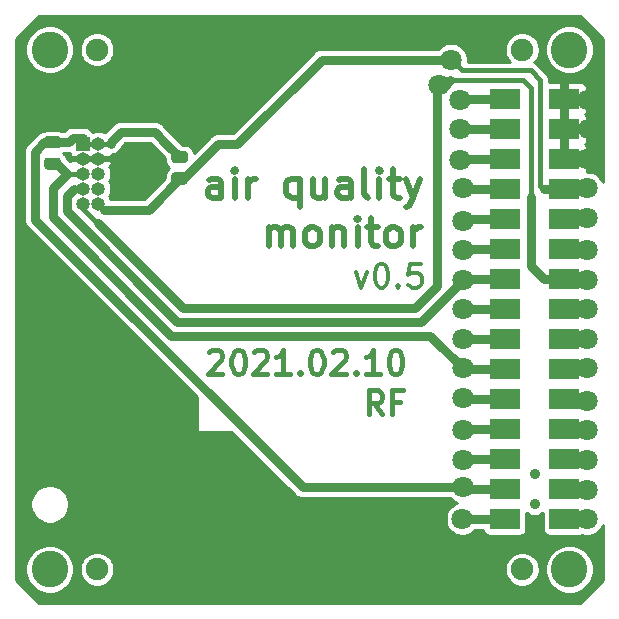
<source format=gbr>
%TF.GenerationSoftware,KiCad,Pcbnew,(5.1.9)-1*%
%TF.CreationDate,2021-02-10T23:03:02-05:00*%
%TF.ProjectId,pmsa003-module,706d7361-3030-4332-9d6d-6f64756c652e,rev?*%
%TF.SameCoordinates,Original*%
%TF.FileFunction,Copper,L1,Top*%
%TF.FilePolarity,Positive*%
%FSLAX46Y46*%
G04 Gerber Fmt 4.6, Leading zero omitted, Abs format (unit mm)*
G04 Created by KiCad (PCBNEW (5.1.9)-1) date 2021-02-10 23:03:02*
%MOMM*%
%LPD*%
G01*
G04 APERTURE LIST*
%TA.AperFunction,NonConductor*%
%ADD10C,0.400000*%
%TD*%
%TA.AperFunction,NonConductor*%
%ADD11C,0.500000*%
%TD*%
%TA.AperFunction,NonConductor*%
%ADD12C,0.300000*%
%TD*%
%TA.AperFunction,SMDPad,CuDef*%
%ADD13R,2.600000X1.700000*%
%TD*%
%TA.AperFunction,ComponentPad*%
%ADD14C,3.100000*%
%TD*%
%TA.AperFunction,ComponentPad*%
%ADD15C,0.900000*%
%TD*%
%TA.AperFunction,ComponentPad*%
%ADD16C,1.900000*%
%TD*%
%TA.AperFunction,ComponentPad*%
%ADD17O,1.150000X1.150000*%
%TD*%
%TA.AperFunction,ComponentPad*%
%ADD18R,1.150000X1.150000*%
%TD*%
%TA.AperFunction,ViaPad*%
%ADD19C,1.800000*%
%TD*%
%TA.AperFunction,Conductor*%
%ADD20C,0.800000*%
%TD*%
%TA.AperFunction,Conductor*%
%ADD21C,0.400000*%
%TD*%
%TA.AperFunction,Conductor*%
%ADD22C,0.254000*%
%TD*%
%TA.AperFunction,Conductor*%
%ADD23C,0.100000*%
%TD*%
G04 APERTURE END LIST*
D10*
X33478095Y-45645238D02*
X33573333Y-45550000D01*
X33763809Y-45454761D01*
X34240000Y-45454761D01*
X34430476Y-45550000D01*
X34525714Y-45645238D01*
X34620952Y-45835714D01*
X34620952Y-46026190D01*
X34525714Y-46311904D01*
X33382857Y-47454761D01*
X34620952Y-47454761D01*
X35859047Y-45454761D02*
X36049523Y-45454761D01*
X36240000Y-45550000D01*
X36335238Y-45645238D01*
X36430476Y-45835714D01*
X36525714Y-46216666D01*
X36525714Y-46692857D01*
X36430476Y-47073809D01*
X36335238Y-47264285D01*
X36240000Y-47359523D01*
X36049523Y-47454761D01*
X35859047Y-47454761D01*
X35668571Y-47359523D01*
X35573333Y-47264285D01*
X35478095Y-47073809D01*
X35382857Y-46692857D01*
X35382857Y-46216666D01*
X35478095Y-45835714D01*
X35573333Y-45645238D01*
X35668571Y-45550000D01*
X35859047Y-45454761D01*
X37287619Y-45645238D02*
X37382857Y-45550000D01*
X37573333Y-45454761D01*
X38049523Y-45454761D01*
X38240000Y-45550000D01*
X38335238Y-45645238D01*
X38430476Y-45835714D01*
X38430476Y-46026190D01*
X38335238Y-46311904D01*
X37192380Y-47454761D01*
X38430476Y-47454761D01*
X40335238Y-47454761D02*
X39192380Y-47454761D01*
X39763809Y-47454761D02*
X39763809Y-45454761D01*
X39573333Y-45740476D01*
X39382857Y-45930952D01*
X39192380Y-46026190D01*
X41192380Y-47264285D02*
X41287619Y-47359523D01*
X41192380Y-47454761D01*
X41097142Y-47359523D01*
X41192380Y-47264285D01*
X41192380Y-47454761D01*
X42525714Y-45454761D02*
X42716190Y-45454761D01*
X42906666Y-45550000D01*
X43001904Y-45645238D01*
X43097142Y-45835714D01*
X43192380Y-46216666D01*
X43192380Y-46692857D01*
X43097142Y-47073809D01*
X43001904Y-47264285D01*
X42906666Y-47359523D01*
X42716190Y-47454761D01*
X42525714Y-47454761D01*
X42335238Y-47359523D01*
X42240000Y-47264285D01*
X42144761Y-47073809D01*
X42049523Y-46692857D01*
X42049523Y-46216666D01*
X42144761Y-45835714D01*
X42240000Y-45645238D01*
X42335238Y-45550000D01*
X42525714Y-45454761D01*
X43954285Y-45645238D02*
X44049523Y-45550000D01*
X44240000Y-45454761D01*
X44716190Y-45454761D01*
X44906666Y-45550000D01*
X45001904Y-45645238D01*
X45097142Y-45835714D01*
X45097142Y-46026190D01*
X45001904Y-46311904D01*
X43859047Y-47454761D01*
X45097142Y-47454761D01*
X45954285Y-47264285D02*
X46049523Y-47359523D01*
X45954285Y-47454761D01*
X45859047Y-47359523D01*
X45954285Y-47264285D01*
X45954285Y-47454761D01*
X47954285Y-47454761D02*
X46811428Y-47454761D01*
X47382857Y-47454761D02*
X47382857Y-45454761D01*
X47192380Y-45740476D01*
X47001904Y-45930952D01*
X46811428Y-46026190D01*
X49192380Y-45454761D02*
X49382857Y-45454761D01*
X49573333Y-45550000D01*
X49668571Y-45645238D01*
X49763809Y-45835714D01*
X49859047Y-46216666D01*
X49859047Y-46692857D01*
X49763809Y-47073809D01*
X49668571Y-47264285D01*
X49573333Y-47359523D01*
X49382857Y-47454761D01*
X49192380Y-47454761D01*
X49001904Y-47359523D01*
X48906666Y-47264285D01*
X48811428Y-47073809D01*
X48716190Y-46692857D01*
X48716190Y-46216666D01*
X48811428Y-45835714D01*
X48906666Y-45645238D01*
X49001904Y-45550000D01*
X49192380Y-45454761D01*
X48144761Y-50854761D02*
X47478095Y-49902380D01*
X47001904Y-50854761D02*
X47001904Y-48854761D01*
X47763809Y-48854761D01*
X47954285Y-48950000D01*
X48049523Y-49045238D01*
X48144761Y-49235714D01*
X48144761Y-49521428D01*
X48049523Y-49711904D01*
X47954285Y-49807142D01*
X47763809Y-49902380D01*
X47001904Y-49902380D01*
X49668571Y-49807142D02*
X49001904Y-49807142D01*
X49001904Y-50854761D02*
X49001904Y-48854761D01*
X49954285Y-48854761D01*
D11*
X34532142Y-32535714D02*
X34532142Y-31278571D01*
X34417857Y-31050000D01*
X34189285Y-30935714D01*
X33732142Y-30935714D01*
X33503571Y-31050000D01*
X34532142Y-32421428D02*
X34303571Y-32535714D01*
X33732142Y-32535714D01*
X33503571Y-32421428D01*
X33389285Y-32192857D01*
X33389285Y-31964285D01*
X33503571Y-31735714D01*
X33732142Y-31621428D01*
X34303571Y-31621428D01*
X34532142Y-31507142D01*
X35675000Y-32535714D02*
X35675000Y-30935714D01*
X35675000Y-30135714D02*
X35560714Y-30250000D01*
X35675000Y-30364285D01*
X35789285Y-30250000D01*
X35675000Y-30135714D01*
X35675000Y-30364285D01*
X36817857Y-32535714D02*
X36817857Y-30935714D01*
X36817857Y-31392857D02*
X36932142Y-31164285D01*
X37046428Y-31050000D01*
X37275000Y-30935714D01*
X37503571Y-30935714D01*
X41160714Y-30935714D02*
X41160714Y-33335714D01*
X41160714Y-32421428D02*
X40932142Y-32535714D01*
X40475000Y-32535714D01*
X40246428Y-32421428D01*
X40132142Y-32307142D01*
X40017857Y-32078571D01*
X40017857Y-31392857D01*
X40132142Y-31164285D01*
X40246428Y-31050000D01*
X40475000Y-30935714D01*
X40932142Y-30935714D01*
X41160714Y-31050000D01*
X43332142Y-30935714D02*
X43332142Y-32535714D01*
X42303571Y-30935714D02*
X42303571Y-32192857D01*
X42417857Y-32421428D01*
X42646428Y-32535714D01*
X42989285Y-32535714D01*
X43217857Y-32421428D01*
X43332142Y-32307142D01*
X45503571Y-32535714D02*
X45503571Y-31278571D01*
X45389285Y-31050000D01*
X45160714Y-30935714D01*
X44703571Y-30935714D01*
X44475000Y-31050000D01*
X45503571Y-32421428D02*
X45275000Y-32535714D01*
X44703571Y-32535714D01*
X44475000Y-32421428D01*
X44360714Y-32192857D01*
X44360714Y-31964285D01*
X44475000Y-31735714D01*
X44703571Y-31621428D01*
X45275000Y-31621428D01*
X45503571Y-31507142D01*
X46989285Y-32535714D02*
X46760714Y-32421428D01*
X46646428Y-32192857D01*
X46646428Y-30135714D01*
X47903571Y-32535714D02*
X47903571Y-30935714D01*
X47903571Y-30135714D02*
X47789285Y-30250000D01*
X47903571Y-30364285D01*
X48017857Y-30250000D01*
X47903571Y-30135714D01*
X47903571Y-30364285D01*
X48703571Y-30935714D02*
X49617857Y-30935714D01*
X49046428Y-30135714D02*
X49046428Y-32192857D01*
X49160714Y-32421428D01*
X49389285Y-32535714D01*
X49617857Y-32535714D01*
X50189285Y-30935714D02*
X50760714Y-32535714D01*
X51332142Y-30935714D02*
X50760714Y-32535714D01*
X50532142Y-33107142D01*
X50417857Y-33221428D01*
X50189285Y-33335714D01*
X38532142Y-36635714D02*
X38532142Y-35035714D01*
X38532142Y-35264285D02*
X38646428Y-35150000D01*
X38875000Y-35035714D01*
X39217857Y-35035714D01*
X39446428Y-35150000D01*
X39560714Y-35378571D01*
X39560714Y-36635714D01*
X39560714Y-35378571D02*
X39675000Y-35150000D01*
X39903571Y-35035714D01*
X40246428Y-35035714D01*
X40475000Y-35150000D01*
X40589285Y-35378571D01*
X40589285Y-36635714D01*
X42075000Y-36635714D02*
X41846428Y-36521428D01*
X41732142Y-36407142D01*
X41617857Y-36178571D01*
X41617857Y-35492857D01*
X41732142Y-35264285D01*
X41846428Y-35150000D01*
X42075000Y-35035714D01*
X42417857Y-35035714D01*
X42646428Y-35150000D01*
X42760714Y-35264285D01*
X42875000Y-35492857D01*
X42875000Y-36178571D01*
X42760714Y-36407142D01*
X42646428Y-36521428D01*
X42417857Y-36635714D01*
X42075000Y-36635714D01*
X43903571Y-35035714D02*
X43903571Y-36635714D01*
X43903571Y-35264285D02*
X44017857Y-35150000D01*
X44246428Y-35035714D01*
X44589285Y-35035714D01*
X44817857Y-35150000D01*
X44932142Y-35378571D01*
X44932142Y-36635714D01*
X46075000Y-36635714D02*
X46075000Y-35035714D01*
X46075000Y-34235714D02*
X45960714Y-34350000D01*
X46075000Y-34464285D01*
X46189285Y-34350000D01*
X46075000Y-34235714D01*
X46075000Y-34464285D01*
X46875000Y-35035714D02*
X47789285Y-35035714D01*
X47217857Y-34235714D02*
X47217857Y-36292857D01*
X47332142Y-36521428D01*
X47560714Y-36635714D01*
X47789285Y-36635714D01*
X48932142Y-36635714D02*
X48703571Y-36521428D01*
X48589285Y-36407142D01*
X48474999Y-36178571D01*
X48474999Y-35492857D01*
X48589285Y-35264285D01*
X48703571Y-35150000D01*
X48932142Y-35035714D01*
X49274999Y-35035714D01*
X49503571Y-35150000D01*
X49617857Y-35264285D01*
X49732142Y-35492857D01*
X49732142Y-36178571D01*
X49617857Y-36407142D01*
X49503571Y-36521428D01*
X49274999Y-36635714D01*
X48932142Y-36635714D01*
X50760714Y-36635714D02*
X50760714Y-35035714D01*
X50760714Y-35492857D02*
X50874999Y-35264285D01*
X50989285Y-35150000D01*
X51217857Y-35035714D01*
X51446428Y-35035714D01*
D12*
X45892857Y-38821428D02*
X46369047Y-40154761D01*
X46845238Y-38821428D01*
X47988095Y-38154761D02*
X48178571Y-38154761D01*
X48369047Y-38250000D01*
X48464285Y-38345238D01*
X48559523Y-38535714D01*
X48654761Y-38916666D01*
X48654761Y-39392857D01*
X48559523Y-39773809D01*
X48464285Y-39964285D01*
X48369047Y-40059523D01*
X48178571Y-40154761D01*
X47988095Y-40154761D01*
X47797619Y-40059523D01*
X47702380Y-39964285D01*
X47607142Y-39773809D01*
X47511904Y-39392857D01*
X47511904Y-38916666D01*
X47607142Y-38535714D01*
X47702380Y-38345238D01*
X47797619Y-38250000D01*
X47988095Y-38154761D01*
X49511904Y-39964285D02*
X49607142Y-40059523D01*
X49511904Y-40154761D01*
X49416666Y-40059523D01*
X49511904Y-39964285D01*
X49511904Y-40154761D01*
X51416666Y-38154761D02*
X50464285Y-38154761D01*
X50369047Y-39107142D01*
X50464285Y-39011904D01*
X50654761Y-38916666D01*
X51130952Y-38916666D01*
X51321428Y-39011904D01*
X51416666Y-39107142D01*
X51511904Y-39297619D01*
X51511904Y-39773809D01*
X51416666Y-39964285D01*
X51321428Y-40059523D01*
X51130952Y-40154761D01*
X50654761Y-40154761D01*
X50464285Y-40059523D01*
X50369047Y-39964285D01*
D13*
%TO.P,J1,17*%
%TO.N,Net-(J1-Pad17)*%
X63577000Y-44542000D03*
%TO.P,J1,18*%
%TO.N,Net-(J1-Pad18)*%
X58527000Y-44542000D03*
%TO.P,J1,20*%
%TO.N,PMS_RESET*%
X58527000Y-47082000D03*
%TO.P,J1,19*%
%TO.N,Net-(J1-Pad19)*%
X63577000Y-47082000D03*
%TO.P,J1,22*%
%TO.N,Net-(J1-Pad22)*%
X58527000Y-49622000D03*
%TO.P,J1,23*%
%TO.N,Net-(J1-Pad23)*%
X63577000Y-52162000D03*
%TO.P,J1,24*%
%TO.N,Net-(J1-Pad24)*%
X58527000Y-52162000D03*
%TO.P,J1,30*%
%TO.N,Net-(J1-Pad30)*%
X58527000Y-59782000D03*
%TO.P,J1,27*%
%TO.N,Net-(J1-Pad27)*%
X63577000Y-57242000D03*
%TO.P,J1,29*%
%TO.N,Net-(J1-Pad29)*%
X63577000Y-59782000D03*
%TO.P,J1,21*%
%TO.N,Net-(J1-Pad21)*%
X63577000Y-49622000D03*
%TO.P,J1,28*%
%TO.N,+5V*%
X58527000Y-57242000D03*
%TO.P,J1,25*%
%TO.N,Net-(J1-Pad25)*%
X63577000Y-54702000D03*
%TO.P,J1,26*%
%TO.N,Net-(J1-Pad26)*%
X58527000Y-54702000D03*
%TO.P,J1,9*%
%TO.N,Net-(J1-Pad9)*%
X63577000Y-34382000D03*
%TO.P,J1,10*%
%TO.N,Net-(J1-Pad10)*%
X58527000Y-34382000D03*
%TO.P,J1,12*%
%TO.N,+3V3*%
X58527000Y-36922000D03*
%TO.P,J1,11*%
%TO.N,Net-(J1-Pad11)*%
X63577000Y-36922000D03*
%TO.P,J1,14*%
%TO.N,PMS_RX*%
X58527000Y-39462000D03*
%TO.P,J1,15*%
%TO.N,Net-(J1-Pad15)*%
X63577000Y-42002000D03*
%TO.P,J1,16*%
%TO.N,Net-(J1-Pad16)*%
X58527000Y-42002000D03*
%TO.P,J1,13*%
%TO.N,PMS_TX*%
X63577000Y-39462000D03*
%TO.P,J1,5*%
%TO.N,GND*%
X63577000Y-29302000D03*
%TO.P,J1,6*%
%TO.N,Net-(J1-Pad6)*%
X58527000Y-29302000D03*
%TO.P,J1,8*%
%TO.N,Net-(J1-Pad8)*%
X58527000Y-31842000D03*
%TO.P,J1,7*%
%TO.N,PMS_SET*%
X63577000Y-31842000D03*
%TO.P,J1,3*%
%TO.N,GND*%
X63577000Y-26762000D03*
%TO.P,J1,4*%
%TO.N,Net-(J1-Pad4)*%
X58527000Y-26762000D03*
%TO.P,J1,1*%
%TO.N,GND*%
X63577000Y-24222000D03*
%TO.P,J1,2*%
%TO.N,Net-(J1-Pad2)*%
X58527000Y-24222000D03*
%TD*%
D14*
%TO.P,,0*%
%TO.N,N/C*%
X64002000Y-20002000D03*
%TD*%
D15*
%TO.P,,0*%
%TO.N,N/C*%
X61052000Y-55972000D03*
%TD*%
D16*
%TO.P,,0*%
%TO.N,N/C*%
X60002000Y-64002000D03*
%TD*%
D14*
%TO.P,,0*%
%TO.N,N/C*%
X64002000Y-64002000D03*
%TD*%
D16*
%TO.P,,0*%
%TO.N,N/C*%
X60002000Y-20002000D03*
%TD*%
D15*
%TO.P,,0*%
%TO.N,N/C*%
X61052000Y-58512000D03*
%TD*%
D16*
%TO.P,,0*%
%TO.N,N/C*%
X24002000Y-64002000D03*
%TD*%
D14*
%TO.P,,0*%
%TO.N,N/C*%
X20002000Y-64002000D03*
%TD*%
%TO.P,,0*%
%TO.N,N/C*%
X20002000Y-20002000D03*
%TD*%
D16*
%TO.P,,0*%
%TO.N,N/C*%
X24002000Y-20002000D03*
%TD*%
%TO.P,R2,2*%
%TO.N,PMS_SET*%
%TA.AperFunction,SMDPad,CuDef*%
G36*
G01*
X30549998Y-30400000D02*
X31450002Y-30400000D01*
G75*
G02*
X31700000Y-30649998I0J-249998D01*
G01*
X31700000Y-31175002D01*
G75*
G02*
X31450002Y-31425000I-249998J0D01*
G01*
X30549998Y-31425000D01*
G75*
G02*
X30300000Y-31175002I0J249998D01*
G01*
X30300000Y-30649998D01*
G75*
G02*
X30549998Y-30400000I249998J0D01*
G01*
G37*
%TD.AperFunction*%
%TO.P,R2,1*%
%TO.N,+5V*%
%TA.AperFunction,SMDPad,CuDef*%
G36*
G01*
X30549998Y-28575000D02*
X31450002Y-28575000D01*
G75*
G02*
X31700000Y-28824998I0J-249998D01*
G01*
X31700000Y-29350002D01*
G75*
G02*
X31450002Y-29600000I-249998J0D01*
G01*
X30549998Y-29600000D01*
G75*
G02*
X30300000Y-29350002I0J249998D01*
G01*
X30300000Y-28824998D01*
G75*
G02*
X30549998Y-28575000I249998J0D01*
G01*
G37*
%TD.AperFunction*%
%TD*%
D17*
%TO.P,J2,4*%
%TO.N,GND*%
X24100000Y-29230000D03*
%TO.P,J2,2*%
%TO.N,+5V*%
X24100000Y-27960000D03*
%TO.P,J2,8*%
%TO.N,Net-(J2-Pad8)*%
X24100000Y-31770000D03*
%TO.P,J2,9*%
%TO.N,PMS_TX*%
X22830000Y-33040000D03*
%TO.P,J2,10*%
%TO.N,PMS_SET*%
X24100000Y-33040000D03*
%TO.P,J2,3*%
%TO.N,GND*%
X22830000Y-29230000D03*
%TO.P,J2,6*%
%TO.N,Net-(J2-Pad6)*%
X24100000Y-30500000D03*
%TO.P,J2,7*%
%TO.N,PMS_RX*%
X22830000Y-31770000D03*
D18*
%TO.P,J2,1*%
%TO.N,+5V*%
X22830000Y-27960000D03*
D17*
%TO.P,J2,5*%
%TO.N,PMS_RESET*%
X22830000Y-30500000D03*
%TD*%
%TO.P,R1,2*%
%TO.N,PMS_RESET*%
%TA.AperFunction,SMDPad,CuDef*%
G36*
G01*
X19799998Y-29150000D02*
X20700002Y-29150000D01*
G75*
G02*
X20950000Y-29399998I0J-249998D01*
G01*
X20950000Y-29925002D01*
G75*
G02*
X20700002Y-30175000I-249998J0D01*
G01*
X19799998Y-30175000D01*
G75*
G02*
X19550000Y-29925002I0J249998D01*
G01*
X19550000Y-29399998D01*
G75*
G02*
X19799998Y-29150000I249998J0D01*
G01*
G37*
%TD.AperFunction*%
%TO.P,R1,1*%
%TO.N,+5V*%
%TA.AperFunction,SMDPad,CuDef*%
G36*
G01*
X19799998Y-27325000D02*
X20700002Y-27325000D01*
G75*
G02*
X20950000Y-27574998I0J-249998D01*
G01*
X20950000Y-28100002D01*
G75*
G02*
X20700002Y-28350000I-249998J0D01*
G01*
X19799998Y-28350000D01*
G75*
G02*
X19550000Y-28100002I0J249998D01*
G01*
X19550000Y-27574998D01*
G75*
G02*
X19799998Y-27325000I249998J0D01*
G01*
G37*
%TD.AperFunction*%
%TD*%
D19*
%TO.N,GND*%
X65577000Y-24250000D03*
X65500000Y-29250000D03*
X27250000Y-29250000D03*
X65676964Y-26750000D03*
X34474292Y-26299990D03*
%TO.N,Net-(J1-Pad2)*%
X54750009Y-24250009D03*
%TO.N,Net-(J1-Pad4)*%
X54750000Y-26749986D03*
%TO.N,Net-(J1-Pad8)*%
X55000010Y-31750000D03*
%TO.N,Net-(J1-Pad6)*%
X54763410Y-29331799D03*
%TO.N,Net-(J1-Pad16)*%
X55000000Y-42000000D03*
%TO.N,+3V3*%
X54999998Y-37000000D03*
%TO.N,Net-(J1-Pad11)*%
X65500000Y-37000000D03*
%TO.N,Net-(J1-Pad10)*%
X55000000Y-34499996D03*
%TO.N,Net-(J1-Pad9)*%
X65500000Y-34250000D03*
%TO.N,Net-(J1-Pad25)*%
X65500000Y-54750000D03*
%TO.N,Net-(J1-Pad27)*%
X65500000Y-57250000D03*
%TO.N,Net-(J1-Pad30)*%
X54942473Y-59749996D03*
%TO.N,+5V*%
X54960238Y-57069141D03*
%TO.N,Net-(J1-Pad29)*%
X65500000Y-59750000D03*
%TO.N,Net-(J1-Pad23)*%
X65500000Y-52250000D03*
%TO.N,Net-(J1-Pad19)*%
X65500000Y-47000000D03*
%TO.N,Net-(J1-Pad18)*%
X55000000Y-44500000D03*
%TO.N,PMS_RESET*%
X54983990Y-47000000D03*
%TO.N,PMS_SET*%
X65500000Y-31750000D03*
X53968741Y-20849989D03*
%TO.N,PMS_RX*%
X55000000Y-39500000D03*
%TO.N,PMS_TX*%
X65500000Y-39500000D03*
X52959795Y-22971282D03*
%TO.N,Net-(J1-Pad17)*%
X65500000Y-44500000D03*
%TO.N,Net-(J1-Pad21)*%
X65500000Y-49750000D03*
%TO.N,Net-(J1-Pad15)*%
X65498000Y-42002000D03*
%TO.N,Net-(J1-Pad22)*%
X55000000Y-49500000D03*
%TO.N,Net-(J1-Pad24)*%
X55000000Y-52250000D03*
%TO.N,Net-(J1-Pad26)*%
X55000000Y-54750000D03*
%TD*%
D20*
%TO.N,GND*%
X65549000Y-24222000D02*
X65577000Y-24250000D01*
X63577000Y-24222000D02*
X65549000Y-24222000D01*
X65448000Y-29302000D02*
X65500000Y-29250000D01*
X63577000Y-29302000D02*
X65448000Y-29302000D01*
X63577000Y-26762000D02*
X63577000Y-29302000D01*
X63577000Y-26762000D02*
X63577000Y-24222000D01*
D21*
X22830000Y-29230000D02*
X24100000Y-29230000D01*
D20*
X27230000Y-29230000D02*
X27250000Y-29250000D01*
D21*
X24100000Y-29230000D02*
X27230000Y-29230000D01*
D20*
X63589000Y-26750000D02*
X65676964Y-26750000D01*
X63577000Y-26762000D02*
X63589000Y-26750000D01*
X41624295Y-19149987D02*
X34474292Y-26299990D01*
X63577000Y-24222000D02*
X63577000Y-22572000D01*
D21*
X51850013Y-19149987D02*
X41624295Y-19149987D01*
X59257999Y-18451999D02*
X58560011Y-19149987D01*
X61155997Y-18451999D02*
X59257999Y-18451999D01*
X61851999Y-19148001D02*
X61155997Y-18451999D01*
X61851999Y-21720615D02*
X61851999Y-19148001D01*
X58560011Y-19149987D02*
X51850013Y-19149987D01*
X62131384Y-22000000D02*
X61851999Y-21720615D01*
X63154000Y-22000000D02*
X62131384Y-22000000D01*
X63577000Y-22423000D02*
X63154000Y-22000000D01*
X63577000Y-22572000D02*
X63577000Y-22423000D01*
D20*
%TO.N,Net-(J1-Pad2)*%
X54778018Y-24222000D02*
X54750009Y-24250009D01*
X58527000Y-24222000D02*
X54778018Y-24222000D01*
%TO.N,Net-(J1-Pad4)*%
X58527000Y-26762000D02*
X54762014Y-26762000D01*
X54762014Y-26762000D02*
X54750000Y-26749986D01*
%TO.N,Net-(J1-Pad8)*%
X55092010Y-31842000D02*
X55000010Y-31750000D01*
X58527000Y-31842000D02*
X55092010Y-31842000D01*
%TO.N,Net-(J1-Pad6)*%
X58527000Y-29302000D02*
X54793209Y-29302000D01*
X54793209Y-29302000D02*
X54763410Y-29331799D01*
%TO.N,Net-(J1-Pad16)*%
X55002000Y-42002000D02*
X55000000Y-42000000D01*
X58527000Y-42002000D02*
X55002000Y-42002000D01*
%TO.N,+3V3*%
X55077998Y-36922000D02*
X54999998Y-37000000D01*
X58527000Y-36922000D02*
X55077998Y-36922000D01*
%TO.N,Net-(J1-Pad11)*%
X63655000Y-37000000D02*
X63577000Y-36922000D01*
X65500000Y-37000000D02*
X63655000Y-37000000D01*
%TO.N,Net-(J1-Pad10)*%
X58527000Y-34382000D02*
X55117996Y-34382000D01*
X55117996Y-34382000D02*
X55000000Y-34499996D01*
%TO.N,Net-(J1-Pad9)*%
X65368000Y-34382000D02*
X65500000Y-34250000D01*
X63577000Y-34382000D02*
X65368000Y-34382000D01*
%TO.N,Net-(J1-Pad25)*%
X65452000Y-54702000D02*
X65500000Y-54750000D01*
X63577000Y-54702000D02*
X65452000Y-54702000D01*
%TO.N,Net-(J1-Pad27)*%
X63585000Y-57250000D02*
X63577000Y-57242000D01*
X65500000Y-57250000D02*
X63585000Y-57250000D01*
%TO.N,Net-(J1-Pad30)*%
X54974477Y-59782000D02*
X54942473Y-59749996D01*
X58527000Y-59782000D02*
X54974477Y-59782000D01*
%TO.N,+5V*%
X21977999Y-27454999D02*
X22830000Y-27454999D01*
X21595498Y-27837500D02*
X21977999Y-27454999D01*
X20250000Y-27837500D02*
X21595498Y-27837500D01*
D21*
X22830000Y-27960000D02*
X22830000Y-27454999D01*
X22830000Y-27960000D02*
X24100000Y-27960000D01*
D20*
X31000000Y-29087500D02*
X29872500Y-27960000D01*
X25210000Y-27960000D02*
X25210000Y-27790000D01*
D21*
X25210000Y-27960000D02*
X24100000Y-27960000D01*
D20*
X25210000Y-27790000D02*
X26000000Y-27000000D01*
X28912500Y-27000000D02*
X29872500Y-27960000D01*
X26000000Y-27000000D02*
X28912500Y-27000000D01*
X55133097Y-57242000D02*
X54960238Y-57069141D01*
X18749990Y-34389132D02*
X41429999Y-57069141D01*
X41429999Y-57069141D02*
X54960238Y-57069141D01*
X58527000Y-57242000D02*
X55133097Y-57242000D01*
X18749990Y-28637510D02*
X18749990Y-34389132D01*
X19550000Y-27837500D02*
X18749990Y-28637510D01*
X20250000Y-27837500D02*
X19550000Y-27837500D01*
%TO.N,Net-(J1-Pad29)*%
X63609000Y-59750000D02*
X63577000Y-59782000D01*
X65500000Y-59750000D02*
X63609000Y-59750000D01*
%TO.N,Net-(J1-Pad23)*%
X63665000Y-52250000D02*
X63577000Y-52162000D01*
X65500000Y-52250000D02*
X63665000Y-52250000D01*
%TO.N,Net-(J1-Pad19)*%
X63659000Y-47000000D02*
X63577000Y-47082000D01*
X65500000Y-47000000D02*
X63659000Y-47000000D01*
%TO.N,Net-(J1-Pad18)*%
X58527000Y-44542000D02*
X55042000Y-44542000D01*
X55042000Y-44542000D02*
X55000000Y-44500000D01*
%TO.N,PMS_RESET*%
X20250000Y-29662500D02*
X20635498Y-29662500D01*
X20635498Y-29662500D02*
X21054999Y-30082001D01*
X21054999Y-30082001D02*
X21472998Y-30500000D01*
D21*
X21472998Y-30500000D02*
X22830000Y-30500000D01*
D20*
X21472998Y-30500000D02*
X20254989Y-31718009D01*
X55065990Y-47082000D02*
X54983990Y-47000000D01*
X20254989Y-34197061D02*
X30307928Y-44250000D01*
X52233990Y-44250000D02*
X54983990Y-47000000D01*
X20254989Y-31718009D02*
X20254989Y-34197061D01*
X58527000Y-47082000D02*
X55065990Y-47082000D01*
X30307928Y-44250000D02*
X52233990Y-44250000D01*
%TO.N,PMS_SET*%
X63669000Y-31750000D02*
X63577000Y-31842000D01*
X65500000Y-31750000D02*
X63669000Y-31750000D01*
D21*
X24100000Y-33040000D02*
X24605001Y-33545001D01*
D20*
X28367499Y-33545001D02*
X31000000Y-30912500D01*
X24605001Y-33545001D02*
X28367499Y-33545001D01*
X61877000Y-31842000D02*
X63577000Y-31842000D01*
D21*
X61550011Y-31515011D02*
X61877000Y-31842000D01*
X61550011Y-22550011D02*
X61550011Y-31515011D01*
D20*
X35893472Y-28000000D02*
X43043483Y-20849989D01*
X34250000Y-28000000D02*
X35893472Y-28000000D01*
X32500010Y-29749990D02*
X34250000Y-28000000D01*
X32500010Y-29784932D02*
X32500010Y-29749990D01*
X43043483Y-20849989D02*
X53968741Y-20849989D01*
X31000000Y-30912500D02*
X31337500Y-30912500D01*
X31849990Y-30400010D02*
X31884932Y-30400010D01*
X31337500Y-30912500D02*
X31849990Y-30400010D01*
X31884932Y-30400010D02*
X32500010Y-29784932D01*
D21*
X60749988Y-21749988D02*
X61550011Y-22550011D01*
X54868740Y-21749988D02*
X60749988Y-21749988D01*
X53968741Y-20849989D02*
X54868740Y-21749988D01*
%TO.N,PMS_RX*%
X22770000Y-31770000D02*
X22064998Y-31770000D01*
X22830000Y-31770000D02*
X22770000Y-31770000D01*
D20*
X55038000Y-39462000D02*
X55000000Y-39500000D01*
X58527000Y-39462000D02*
X55038000Y-39462000D01*
X51450011Y-43049989D02*
X55000000Y-39500000D01*
X21455000Y-33700002D02*
X30804987Y-43049989D01*
X21455000Y-32379998D02*
X21455000Y-33700002D01*
X22064998Y-31770000D02*
X21455000Y-32379998D01*
X30804987Y-43049989D02*
X51450011Y-43049989D01*
%TO.N,PMS_TX*%
X65462000Y-39462000D02*
X65500000Y-39500000D01*
X63577000Y-39462000D02*
X65462000Y-39462000D01*
X61877000Y-39462000D02*
X63577000Y-39462000D01*
X60750000Y-38335000D02*
X61877000Y-39462000D01*
X60750000Y-38335000D02*
X60750000Y-32500000D01*
D21*
X23969964Y-34648966D02*
X24101034Y-34648966D01*
X22830000Y-33509002D02*
X23969964Y-34648966D01*
X22830000Y-33040000D02*
X22830000Y-33509002D01*
D20*
X31302046Y-41849978D02*
X24101034Y-34648966D01*
X50936949Y-41849978D02*
X31302046Y-41849978D01*
X52799999Y-39986928D02*
X50936949Y-41849978D01*
X52799999Y-23683999D02*
X52799999Y-39986928D01*
X52799999Y-23683999D02*
X52799999Y-23131078D01*
X52799999Y-23131078D02*
X52959795Y-22971282D01*
X52959795Y-22971282D02*
X53512734Y-22971282D01*
X53512734Y-22971282D02*
X53934026Y-22549990D01*
D21*
X59405992Y-22549990D02*
X53934026Y-22549990D01*
X59428001Y-22571999D02*
X59405992Y-22549990D01*
X60071999Y-22571999D02*
X59428001Y-22571999D01*
X60750000Y-23250000D02*
X60071999Y-22571999D01*
X60750000Y-32500000D02*
X60750000Y-23250000D01*
D20*
%TO.N,Net-(J1-Pad17)*%
X65458000Y-44542000D02*
X65500000Y-44500000D01*
X63577000Y-44542000D02*
X65458000Y-44542000D01*
%TO.N,Net-(J1-Pad21)*%
X65372000Y-49622000D02*
X65500000Y-49750000D01*
X63577000Y-49622000D02*
X65372000Y-49622000D01*
%TO.N,Net-(J1-Pad15)*%
X65498000Y-42002000D02*
X63577000Y-42002000D01*
%TO.N,Net-(J1-Pad22)*%
X58527000Y-49622000D02*
X55122000Y-49622000D01*
X55122000Y-49622000D02*
X55000000Y-49500000D01*
%TO.N,Net-(J1-Pad24)*%
X58527000Y-52162000D02*
X55088000Y-52162000D01*
X55088000Y-52162000D02*
X55000000Y-52250000D01*
%TO.N,Net-(J1-Pad26)*%
X58527000Y-54702000D02*
X55048000Y-54702000D01*
X55048000Y-54702000D02*
X55000000Y-54750000D01*
%TD*%
D22*
%TO.N,GND*%
X66835600Y-19070925D02*
X66835600Y-31245492D01*
X66764591Y-31074062D01*
X66608424Y-30840340D01*
X66409660Y-30641576D01*
X66175938Y-30485409D01*
X65916241Y-30377838D01*
X65640547Y-30323000D01*
X65488701Y-30323000D01*
X65502812Y-30276482D01*
X65515072Y-30152000D01*
X65512000Y-29587750D01*
X65353250Y-29429000D01*
X63704000Y-29429000D01*
X63704000Y-29449000D01*
X63450000Y-29449000D01*
X63450000Y-29429000D01*
X63430000Y-29429000D01*
X63430000Y-29175000D01*
X63450000Y-29175000D01*
X63450000Y-26889000D01*
X63704000Y-26889000D01*
X63704000Y-29175000D01*
X65353250Y-29175000D01*
X65512000Y-29016250D01*
X65515072Y-28452000D01*
X65502812Y-28327518D01*
X65466502Y-28207820D01*
X65407537Y-28097506D01*
X65353778Y-28032000D01*
X65407537Y-27966494D01*
X65466502Y-27856180D01*
X65502812Y-27736482D01*
X65515072Y-27612000D01*
X65512000Y-27047750D01*
X65353250Y-26889000D01*
X63704000Y-26889000D01*
X63450000Y-26889000D01*
X63430000Y-26889000D01*
X63430000Y-26635000D01*
X63450000Y-26635000D01*
X63450000Y-24349000D01*
X63704000Y-24349000D01*
X63704000Y-26635000D01*
X65353250Y-26635000D01*
X65512000Y-26476250D01*
X65515072Y-25912000D01*
X65502812Y-25787518D01*
X65466502Y-25667820D01*
X65407537Y-25557506D01*
X65353778Y-25492000D01*
X65407537Y-25426494D01*
X65466502Y-25316180D01*
X65502812Y-25196482D01*
X65515072Y-25072000D01*
X65512000Y-24507750D01*
X65353250Y-24349000D01*
X63704000Y-24349000D01*
X63450000Y-24349000D01*
X63430000Y-24349000D01*
X63430000Y-24095000D01*
X63450000Y-24095000D01*
X63450000Y-22895750D01*
X63704000Y-22895750D01*
X63704000Y-24095000D01*
X65353250Y-24095000D01*
X65512000Y-23936250D01*
X65515072Y-23372000D01*
X65502812Y-23247518D01*
X65466502Y-23127820D01*
X65407537Y-23017506D01*
X65328185Y-22920815D01*
X65231494Y-22841463D01*
X65121180Y-22782498D01*
X65001482Y-22746188D01*
X64877000Y-22733928D01*
X63862750Y-22737000D01*
X63704000Y-22895750D01*
X63450000Y-22895750D01*
X63291250Y-22737000D01*
X62277011Y-22733928D01*
X62277011Y-22585716D01*
X62280528Y-22550010D01*
X62277011Y-22514303D01*
X62266491Y-22407494D01*
X62224921Y-22270454D01*
X62157414Y-22144158D01*
X62066564Y-22033457D01*
X62038827Y-22010694D01*
X61289313Y-21261181D01*
X61266542Y-21233434D01*
X61155841Y-21142585D01*
X61029545Y-21075078D01*
X61020469Y-21072325D01*
X61149261Y-20943533D01*
X61310901Y-20701622D01*
X61422240Y-20432825D01*
X61479000Y-20147472D01*
X61479000Y-19856528D01*
X61467246Y-19797433D01*
X61925000Y-19797433D01*
X61925000Y-20206567D01*
X62004818Y-20607839D01*
X62161386Y-20985829D01*
X62388689Y-21326011D01*
X62677989Y-21615311D01*
X63018171Y-21842614D01*
X63396161Y-21999182D01*
X63797433Y-22079000D01*
X64206567Y-22079000D01*
X64607839Y-21999182D01*
X64985829Y-21842614D01*
X65326011Y-21615311D01*
X65615311Y-21326011D01*
X65842614Y-20985829D01*
X65999182Y-20607839D01*
X66079000Y-20206567D01*
X66079000Y-19797433D01*
X65999182Y-19396161D01*
X65842614Y-19018171D01*
X65615311Y-18677989D01*
X65326011Y-18388689D01*
X64985829Y-18161386D01*
X64607839Y-18004818D01*
X64206567Y-17925000D01*
X63797433Y-17925000D01*
X63396161Y-18004818D01*
X63018171Y-18161386D01*
X62677989Y-18388689D01*
X62388689Y-18677989D01*
X62161386Y-19018171D01*
X62004818Y-19396161D01*
X61925000Y-19797433D01*
X61467246Y-19797433D01*
X61422240Y-19571175D01*
X61310901Y-19302378D01*
X61149261Y-19060467D01*
X60943533Y-18854739D01*
X60701622Y-18693099D01*
X60432825Y-18581760D01*
X60147472Y-18525000D01*
X59856528Y-18525000D01*
X59571175Y-18581760D01*
X59302378Y-18693099D01*
X59060467Y-18854739D01*
X58854739Y-19060467D01*
X58693099Y-19302378D01*
X58581760Y-19571175D01*
X58525000Y-19856528D01*
X58525000Y-20147472D01*
X58581760Y-20432825D01*
X58693099Y-20701622D01*
X58854739Y-20943533D01*
X58934194Y-21022988D01*
X55389286Y-21022988D01*
X55395741Y-20990536D01*
X55395741Y-20709442D01*
X55340903Y-20433748D01*
X55233332Y-20174051D01*
X55077165Y-19940329D01*
X54878401Y-19741565D01*
X54644679Y-19585398D01*
X54384982Y-19477827D01*
X54109288Y-19422989D01*
X53828194Y-19422989D01*
X53552500Y-19477827D01*
X53292803Y-19585398D01*
X53059081Y-19741565D01*
X52877657Y-19922989D01*
X43089010Y-19922989D01*
X43043483Y-19918505D01*
X42997956Y-19922989D01*
X42997945Y-19922989D01*
X42861759Y-19936402D01*
X42687019Y-19989409D01*
X42525978Y-20075487D01*
X42420195Y-20162301D01*
X42420191Y-20162305D01*
X42384824Y-20191330D01*
X42355799Y-20226697D01*
X35509497Y-27073000D01*
X34295527Y-27073000D01*
X34250000Y-27068516D01*
X34204473Y-27073000D01*
X34204462Y-27073000D01*
X34068276Y-27086413D01*
X33920169Y-27131341D01*
X33893536Y-27139420D01*
X33732494Y-27225498D01*
X33626712Y-27312312D01*
X33626708Y-27312316D01*
X33591341Y-27341341D01*
X33562316Y-27376708D01*
X32219191Y-28719834D01*
X32214570Y-28672916D01*
X32170210Y-28526678D01*
X32098172Y-28391905D01*
X32001225Y-28273775D01*
X31883095Y-28176828D01*
X31748322Y-28104790D01*
X31602084Y-28060430D01*
X31450002Y-28045451D01*
X31268927Y-28045451D01*
X30560192Y-27336717D01*
X30560188Y-27336712D01*
X29600188Y-26376713D01*
X29571159Y-26341341D01*
X29430005Y-26225499D01*
X29268964Y-26139420D01*
X29094224Y-26086413D01*
X28958038Y-26073000D01*
X28958027Y-26073000D01*
X28912500Y-26068516D01*
X28866973Y-26073000D01*
X26045527Y-26073000D01*
X26000000Y-26068516D01*
X25954473Y-26073000D01*
X25954462Y-26073000D01*
X25818276Y-26086413D01*
X25645870Y-26138712D01*
X25643536Y-26139420D01*
X25482494Y-26225498D01*
X25376712Y-26312312D01*
X25376708Y-26312316D01*
X25341341Y-26341341D01*
X25312316Y-26376708D01*
X24672114Y-27016910D01*
X24621993Y-26983420D01*
X24421442Y-26900349D01*
X24208538Y-26858000D01*
X23991462Y-26858000D01*
X23778558Y-26900349D01*
X23687105Y-26938230D01*
X23607650Y-26895761D01*
X23557855Y-26880656D01*
X23488659Y-26796340D01*
X23347505Y-26680498D01*
X23186464Y-26594419D01*
X23011724Y-26541412D01*
X22875538Y-26527999D01*
X22023525Y-26527999D01*
X21977998Y-26523515D01*
X21932471Y-26527999D01*
X21932461Y-26527999D01*
X21796275Y-26541412D01*
X21621535Y-26594419D01*
X21460494Y-26680498D01*
X21319340Y-26796340D01*
X21290311Y-26831712D01*
X21211523Y-26910500D01*
X21102548Y-26910500D01*
X20998322Y-26854790D01*
X20852084Y-26810430D01*
X20700002Y-26795451D01*
X19799998Y-26795451D01*
X19647916Y-26810430D01*
X19501678Y-26854790D01*
X19373281Y-26923420D01*
X19368276Y-26923913D01*
X19193536Y-26976920D01*
X19032494Y-27062999D01*
X18926712Y-27149812D01*
X18926708Y-27149816D01*
X18891341Y-27178841D01*
X18862316Y-27214208D01*
X18126703Y-27949822D01*
X18091331Y-27978851D01*
X18062303Y-28014222D01*
X18062302Y-28014223D01*
X17975489Y-28120005D01*
X17893297Y-28273775D01*
X17889410Y-28281047D01*
X17836403Y-28455787D01*
X17822990Y-28591973D01*
X17822990Y-28591983D01*
X17818506Y-28637510D01*
X17822990Y-28683037D01*
X17822991Y-34343595D01*
X17818506Y-34389132D01*
X17822991Y-34434669D01*
X17822991Y-34434670D01*
X17835702Y-34563723D01*
X17836404Y-34570855D01*
X17889410Y-34745595D01*
X17975489Y-34906637D01*
X18062302Y-35012419D01*
X18062307Y-35012424D01*
X18091332Y-35047791D01*
X18126699Y-35076816D01*
X32430143Y-49380260D01*
X32430143Y-52337000D01*
X35386883Y-52337000D01*
X40742311Y-57692428D01*
X40771340Y-57727800D01*
X40806711Y-57756828D01*
X40912493Y-57843642D01*
X40997724Y-57889199D01*
X41073535Y-57929721D01*
X41248275Y-57982728D01*
X41384461Y-57996141D01*
X41384473Y-57996141D01*
X41429998Y-58000625D01*
X41475523Y-57996141D01*
X53869154Y-57996141D01*
X54050578Y-58177565D01*
X54284300Y-58333732D01*
X54458501Y-58405889D01*
X54266535Y-58485405D01*
X54032813Y-58641572D01*
X53834049Y-58840336D01*
X53677882Y-59074058D01*
X53570311Y-59333755D01*
X53515473Y-59609449D01*
X53515473Y-59890543D01*
X53570311Y-60166237D01*
X53677882Y-60425934D01*
X53834049Y-60659656D01*
X54032813Y-60858420D01*
X54266535Y-61014587D01*
X54526232Y-61122158D01*
X54801926Y-61176996D01*
X55083020Y-61176996D01*
X55358714Y-61122158D01*
X55618411Y-61014587D01*
X55852133Y-60858420D01*
X56001553Y-60709000D01*
X56705035Y-60709000D01*
X56707626Y-60735310D01*
X56737761Y-60834650D01*
X56786696Y-60926202D01*
X56852552Y-61006448D01*
X56932798Y-61072304D01*
X57024350Y-61121239D01*
X57123690Y-61151374D01*
X57227000Y-61161549D01*
X59827000Y-61161549D01*
X59930310Y-61151374D01*
X60029650Y-61121239D01*
X60121202Y-61072304D01*
X60201448Y-61006448D01*
X60267304Y-60926202D01*
X60316239Y-60834650D01*
X60346374Y-60735310D01*
X60356549Y-60632000D01*
X60356549Y-59198235D01*
X60429199Y-59270885D01*
X60589217Y-59377806D01*
X60767020Y-59451454D01*
X60955774Y-59489000D01*
X61148226Y-59489000D01*
X61336980Y-59451454D01*
X61514783Y-59377806D01*
X61674801Y-59270885D01*
X61747451Y-59198235D01*
X61747451Y-60632000D01*
X61757626Y-60735310D01*
X61787761Y-60834650D01*
X61836696Y-60926202D01*
X61902552Y-61006448D01*
X61982798Y-61072304D01*
X62074350Y-61121239D01*
X62173690Y-61151374D01*
X62277000Y-61161549D01*
X64877000Y-61161549D01*
X64980310Y-61151374D01*
X65079650Y-61121239D01*
X65080471Y-61120800D01*
X65083759Y-61122162D01*
X65359453Y-61177000D01*
X65640547Y-61177000D01*
X65916241Y-61122162D01*
X66175938Y-61014591D01*
X66409660Y-60858424D01*
X66608424Y-60659660D01*
X66764591Y-60425938D01*
X66835601Y-60254507D01*
X66835601Y-64933074D01*
X64933076Y-66835600D01*
X19070925Y-66835600D01*
X17168400Y-64933076D01*
X17168400Y-63797433D01*
X17925000Y-63797433D01*
X17925000Y-64206567D01*
X18004818Y-64607839D01*
X18161386Y-64985829D01*
X18388689Y-65326011D01*
X18677989Y-65615311D01*
X19018171Y-65842614D01*
X19396161Y-65999182D01*
X19797433Y-66079000D01*
X20206567Y-66079000D01*
X20607839Y-65999182D01*
X20985829Y-65842614D01*
X21326011Y-65615311D01*
X21615311Y-65326011D01*
X21842614Y-64985829D01*
X21999182Y-64607839D01*
X22079000Y-64206567D01*
X22079000Y-63856528D01*
X22525000Y-63856528D01*
X22525000Y-64147472D01*
X22581760Y-64432825D01*
X22693099Y-64701622D01*
X22854739Y-64943533D01*
X23060467Y-65149261D01*
X23302378Y-65310901D01*
X23571175Y-65422240D01*
X23856528Y-65479000D01*
X24147472Y-65479000D01*
X24432825Y-65422240D01*
X24701622Y-65310901D01*
X24943533Y-65149261D01*
X25149261Y-64943533D01*
X25310901Y-64701622D01*
X25422240Y-64432825D01*
X25479000Y-64147472D01*
X25479000Y-63856528D01*
X58525000Y-63856528D01*
X58525000Y-64147472D01*
X58581760Y-64432825D01*
X58693099Y-64701622D01*
X58854739Y-64943533D01*
X59060467Y-65149261D01*
X59302378Y-65310901D01*
X59571175Y-65422240D01*
X59856528Y-65479000D01*
X60147472Y-65479000D01*
X60432825Y-65422240D01*
X60701622Y-65310901D01*
X60943533Y-65149261D01*
X61149261Y-64943533D01*
X61310901Y-64701622D01*
X61422240Y-64432825D01*
X61479000Y-64147472D01*
X61479000Y-63856528D01*
X61467246Y-63797433D01*
X61925000Y-63797433D01*
X61925000Y-64206567D01*
X62004818Y-64607839D01*
X62161386Y-64985829D01*
X62388689Y-65326011D01*
X62677989Y-65615311D01*
X63018171Y-65842614D01*
X63396161Y-65999182D01*
X63797433Y-66079000D01*
X64206567Y-66079000D01*
X64607839Y-65999182D01*
X64985829Y-65842614D01*
X65326011Y-65615311D01*
X65615311Y-65326011D01*
X65842614Y-64985829D01*
X65999182Y-64607839D01*
X66079000Y-64206567D01*
X66079000Y-63797433D01*
X65999182Y-63396161D01*
X65842614Y-63018171D01*
X65615311Y-62677989D01*
X65326011Y-62388689D01*
X64985829Y-62161386D01*
X64607839Y-62004818D01*
X64206567Y-61925000D01*
X63797433Y-61925000D01*
X63396161Y-62004818D01*
X63018171Y-62161386D01*
X62677989Y-62388689D01*
X62388689Y-62677989D01*
X62161386Y-63018171D01*
X62004818Y-63396161D01*
X61925000Y-63797433D01*
X61467246Y-63797433D01*
X61422240Y-63571175D01*
X61310901Y-63302378D01*
X61149261Y-63060467D01*
X60943533Y-62854739D01*
X60701622Y-62693099D01*
X60432825Y-62581760D01*
X60147472Y-62525000D01*
X59856528Y-62525000D01*
X59571175Y-62581760D01*
X59302378Y-62693099D01*
X59060467Y-62854739D01*
X58854739Y-63060467D01*
X58693099Y-63302378D01*
X58581760Y-63571175D01*
X58525000Y-63856528D01*
X25479000Y-63856528D01*
X25422240Y-63571175D01*
X25310901Y-63302378D01*
X25149261Y-63060467D01*
X24943533Y-62854739D01*
X24701622Y-62693099D01*
X24432825Y-62581760D01*
X24147472Y-62525000D01*
X23856528Y-62525000D01*
X23571175Y-62581760D01*
X23302378Y-62693099D01*
X23060467Y-62854739D01*
X22854739Y-63060467D01*
X22693099Y-63302378D01*
X22581760Y-63571175D01*
X22525000Y-63856528D01*
X22079000Y-63856528D01*
X22079000Y-63797433D01*
X21999182Y-63396161D01*
X21842614Y-63018171D01*
X21615311Y-62677989D01*
X21326011Y-62388689D01*
X20985829Y-62161386D01*
X20607839Y-62004818D01*
X20206567Y-61925000D01*
X19797433Y-61925000D01*
X19396161Y-62004818D01*
X19018171Y-62161386D01*
X18677989Y-62388689D01*
X18388689Y-62677989D01*
X18161386Y-63018171D01*
X18004818Y-63396161D01*
X17925000Y-63797433D01*
X17168400Y-63797433D01*
X17168400Y-58339755D01*
X18373000Y-58339755D01*
X18373000Y-58660245D01*
X18435525Y-58974578D01*
X18558172Y-59270673D01*
X18736227Y-59537152D01*
X18962848Y-59763773D01*
X19229327Y-59941828D01*
X19525422Y-60064475D01*
X19839755Y-60127000D01*
X20160245Y-60127000D01*
X20474578Y-60064475D01*
X20770673Y-59941828D01*
X21037152Y-59763773D01*
X21263773Y-59537152D01*
X21441828Y-59270673D01*
X21564475Y-58974578D01*
X21627000Y-58660245D01*
X21627000Y-58339755D01*
X21564475Y-58025422D01*
X21441828Y-57729327D01*
X21263773Y-57462848D01*
X21037152Y-57236227D01*
X20770673Y-57058172D01*
X20474578Y-56935525D01*
X20160245Y-56873000D01*
X19839755Y-56873000D01*
X19525422Y-56935525D01*
X19229327Y-57058172D01*
X18962848Y-57236227D01*
X18736227Y-57462848D01*
X18558172Y-57729327D01*
X18435525Y-58025422D01*
X18373000Y-58339755D01*
X17168400Y-58339755D01*
X17168400Y-19797433D01*
X17925000Y-19797433D01*
X17925000Y-20206567D01*
X18004818Y-20607839D01*
X18161386Y-20985829D01*
X18388689Y-21326011D01*
X18677989Y-21615311D01*
X19018171Y-21842614D01*
X19396161Y-21999182D01*
X19797433Y-22079000D01*
X20206567Y-22079000D01*
X20607839Y-21999182D01*
X20985829Y-21842614D01*
X21326011Y-21615311D01*
X21615311Y-21326011D01*
X21842614Y-20985829D01*
X21999182Y-20607839D01*
X22079000Y-20206567D01*
X22079000Y-19856528D01*
X22525000Y-19856528D01*
X22525000Y-20147472D01*
X22581760Y-20432825D01*
X22693099Y-20701622D01*
X22854739Y-20943533D01*
X23060467Y-21149261D01*
X23302378Y-21310901D01*
X23571175Y-21422240D01*
X23856528Y-21479000D01*
X24147472Y-21479000D01*
X24432825Y-21422240D01*
X24701622Y-21310901D01*
X24943533Y-21149261D01*
X25149261Y-20943533D01*
X25310901Y-20701622D01*
X25422240Y-20432825D01*
X25479000Y-20147472D01*
X25479000Y-19856528D01*
X25422240Y-19571175D01*
X25310901Y-19302378D01*
X25149261Y-19060467D01*
X24943533Y-18854739D01*
X24701622Y-18693099D01*
X24432825Y-18581760D01*
X24147472Y-18525000D01*
X23856528Y-18525000D01*
X23571175Y-18581760D01*
X23302378Y-18693099D01*
X23060467Y-18854739D01*
X22854739Y-19060467D01*
X22693099Y-19302378D01*
X22581760Y-19571175D01*
X22525000Y-19856528D01*
X22079000Y-19856528D01*
X22079000Y-19797433D01*
X21999182Y-19396161D01*
X21842614Y-19018171D01*
X21615311Y-18677989D01*
X21326011Y-18388689D01*
X20985829Y-18161386D01*
X20607839Y-18004818D01*
X20206567Y-17925000D01*
X19797433Y-17925000D01*
X19396161Y-18004818D01*
X19018171Y-18161386D01*
X18677989Y-18388689D01*
X18388689Y-18677989D01*
X18161386Y-19018171D01*
X18004818Y-19396161D01*
X17925000Y-19797433D01*
X17168400Y-19797433D01*
X17168400Y-19070924D01*
X19070925Y-17168400D01*
X64933076Y-17168400D01*
X66835600Y-19070925D01*
%TA.AperFunction,Conductor*%
D23*
G36*
X66835600Y-19070925D02*
G01*
X66835600Y-31245492D01*
X66764591Y-31074062D01*
X66608424Y-30840340D01*
X66409660Y-30641576D01*
X66175938Y-30485409D01*
X65916241Y-30377838D01*
X65640547Y-30323000D01*
X65488701Y-30323000D01*
X65502812Y-30276482D01*
X65515072Y-30152000D01*
X65512000Y-29587750D01*
X65353250Y-29429000D01*
X63704000Y-29429000D01*
X63704000Y-29449000D01*
X63450000Y-29449000D01*
X63450000Y-29429000D01*
X63430000Y-29429000D01*
X63430000Y-29175000D01*
X63450000Y-29175000D01*
X63450000Y-26889000D01*
X63704000Y-26889000D01*
X63704000Y-29175000D01*
X65353250Y-29175000D01*
X65512000Y-29016250D01*
X65515072Y-28452000D01*
X65502812Y-28327518D01*
X65466502Y-28207820D01*
X65407537Y-28097506D01*
X65353778Y-28032000D01*
X65407537Y-27966494D01*
X65466502Y-27856180D01*
X65502812Y-27736482D01*
X65515072Y-27612000D01*
X65512000Y-27047750D01*
X65353250Y-26889000D01*
X63704000Y-26889000D01*
X63450000Y-26889000D01*
X63430000Y-26889000D01*
X63430000Y-26635000D01*
X63450000Y-26635000D01*
X63450000Y-24349000D01*
X63704000Y-24349000D01*
X63704000Y-26635000D01*
X65353250Y-26635000D01*
X65512000Y-26476250D01*
X65515072Y-25912000D01*
X65502812Y-25787518D01*
X65466502Y-25667820D01*
X65407537Y-25557506D01*
X65353778Y-25492000D01*
X65407537Y-25426494D01*
X65466502Y-25316180D01*
X65502812Y-25196482D01*
X65515072Y-25072000D01*
X65512000Y-24507750D01*
X65353250Y-24349000D01*
X63704000Y-24349000D01*
X63450000Y-24349000D01*
X63430000Y-24349000D01*
X63430000Y-24095000D01*
X63450000Y-24095000D01*
X63450000Y-22895750D01*
X63704000Y-22895750D01*
X63704000Y-24095000D01*
X65353250Y-24095000D01*
X65512000Y-23936250D01*
X65515072Y-23372000D01*
X65502812Y-23247518D01*
X65466502Y-23127820D01*
X65407537Y-23017506D01*
X65328185Y-22920815D01*
X65231494Y-22841463D01*
X65121180Y-22782498D01*
X65001482Y-22746188D01*
X64877000Y-22733928D01*
X63862750Y-22737000D01*
X63704000Y-22895750D01*
X63450000Y-22895750D01*
X63291250Y-22737000D01*
X62277011Y-22733928D01*
X62277011Y-22585716D01*
X62280528Y-22550010D01*
X62277011Y-22514303D01*
X62266491Y-22407494D01*
X62224921Y-22270454D01*
X62157414Y-22144158D01*
X62066564Y-22033457D01*
X62038827Y-22010694D01*
X61289313Y-21261181D01*
X61266542Y-21233434D01*
X61155841Y-21142585D01*
X61029545Y-21075078D01*
X61020469Y-21072325D01*
X61149261Y-20943533D01*
X61310901Y-20701622D01*
X61422240Y-20432825D01*
X61479000Y-20147472D01*
X61479000Y-19856528D01*
X61467246Y-19797433D01*
X61925000Y-19797433D01*
X61925000Y-20206567D01*
X62004818Y-20607839D01*
X62161386Y-20985829D01*
X62388689Y-21326011D01*
X62677989Y-21615311D01*
X63018171Y-21842614D01*
X63396161Y-21999182D01*
X63797433Y-22079000D01*
X64206567Y-22079000D01*
X64607839Y-21999182D01*
X64985829Y-21842614D01*
X65326011Y-21615311D01*
X65615311Y-21326011D01*
X65842614Y-20985829D01*
X65999182Y-20607839D01*
X66079000Y-20206567D01*
X66079000Y-19797433D01*
X65999182Y-19396161D01*
X65842614Y-19018171D01*
X65615311Y-18677989D01*
X65326011Y-18388689D01*
X64985829Y-18161386D01*
X64607839Y-18004818D01*
X64206567Y-17925000D01*
X63797433Y-17925000D01*
X63396161Y-18004818D01*
X63018171Y-18161386D01*
X62677989Y-18388689D01*
X62388689Y-18677989D01*
X62161386Y-19018171D01*
X62004818Y-19396161D01*
X61925000Y-19797433D01*
X61467246Y-19797433D01*
X61422240Y-19571175D01*
X61310901Y-19302378D01*
X61149261Y-19060467D01*
X60943533Y-18854739D01*
X60701622Y-18693099D01*
X60432825Y-18581760D01*
X60147472Y-18525000D01*
X59856528Y-18525000D01*
X59571175Y-18581760D01*
X59302378Y-18693099D01*
X59060467Y-18854739D01*
X58854739Y-19060467D01*
X58693099Y-19302378D01*
X58581760Y-19571175D01*
X58525000Y-19856528D01*
X58525000Y-20147472D01*
X58581760Y-20432825D01*
X58693099Y-20701622D01*
X58854739Y-20943533D01*
X58934194Y-21022988D01*
X55389286Y-21022988D01*
X55395741Y-20990536D01*
X55395741Y-20709442D01*
X55340903Y-20433748D01*
X55233332Y-20174051D01*
X55077165Y-19940329D01*
X54878401Y-19741565D01*
X54644679Y-19585398D01*
X54384982Y-19477827D01*
X54109288Y-19422989D01*
X53828194Y-19422989D01*
X53552500Y-19477827D01*
X53292803Y-19585398D01*
X53059081Y-19741565D01*
X52877657Y-19922989D01*
X43089010Y-19922989D01*
X43043483Y-19918505D01*
X42997956Y-19922989D01*
X42997945Y-19922989D01*
X42861759Y-19936402D01*
X42687019Y-19989409D01*
X42525978Y-20075487D01*
X42420195Y-20162301D01*
X42420191Y-20162305D01*
X42384824Y-20191330D01*
X42355799Y-20226697D01*
X35509497Y-27073000D01*
X34295527Y-27073000D01*
X34250000Y-27068516D01*
X34204473Y-27073000D01*
X34204462Y-27073000D01*
X34068276Y-27086413D01*
X33920169Y-27131341D01*
X33893536Y-27139420D01*
X33732494Y-27225498D01*
X33626712Y-27312312D01*
X33626708Y-27312316D01*
X33591341Y-27341341D01*
X33562316Y-27376708D01*
X32219191Y-28719834D01*
X32214570Y-28672916D01*
X32170210Y-28526678D01*
X32098172Y-28391905D01*
X32001225Y-28273775D01*
X31883095Y-28176828D01*
X31748322Y-28104790D01*
X31602084Y-28060430D01*
X31450002Y-28045451D01*
X31268927Y-28045451D01*
X30560192Y-27336717D01*
X30560188Y-27336712D01*
X29600188Y-26376713D01*
X29571159Y-26341341D01*
X29430005Y-26225499D01*
X29268964Y-26139420D01*
X29094224Y-26086413D01*
X28958038Y-26073000D01*
X28958027Y-26073000D01*
X28912500Y-26068516D01*
X28866973Y-26073000D01*
X26045527Y-26073000D01*
X26000000Y-26068516D01*
X25954473Y-26073000D01*
X25954462Y-26073000D01*
X25818276Y-26086413D01*
X25645870Y-26138712D01*
X25643536Y-26139420D01*
X25482494Y-26225498D01*
X25376712Y-26312312D01*
X25376708Y-26312316D01*
X25341341Y-26341341D01*
X25312316Y-26376708D01*
X24672114Y-27016910D01*
X24621993Y-26983420D01*
X24421442Y-26900349D01*
X24208538Y-26858000D01*
X23991462Y-26858000D01*
X23778558Y-26900349D01*
X23687105Y-26938230D01*
X23607650Y-26895761D01*
X23557855Y-26880656D01*
X23488659Y-26796340D01*
X23347505Y-26680498D01*
X23186464Y-26594419D01*
X23011724Y-26541412D01*
X22875538Y-26527999D01*
X22023525Y-26527999D01*
X21977998Y-26523515D01*
X21932471Y-26527999D01*
X21932461Y-26527999D01*
X21796275Y-26541412D01*
X21621535Y-26594419D01*
X21460494Y-26680498D01*
X21319340Y-26796340D01*
X21290311Y-26831712D01*
X21211523Y-26910500D01*
X21102548Y-26910500D01*
X20998322Y-26854790D01*
X20852084Y-26810430D01*
X20700002Y-26795451D01*
X19799998Y-26795451D01*
X19647916Y-26810430D01*
X19501678Y-26854790D01*
X19373281Y-26923420D01*
X19368276Y-26923913D01*
X19193536Y-26976920D01*
X19032494Y-27062999D01*
X18926712Y-27149812D01*
X18926708Y-27149816D01*
X18891341Y-27178841D01*
X18862316Y-27214208D01*
X18126703Y-27949822D01*
X18091331Y-27978851D01*
X18062303Y-28014222D01*
X18062302Y-28014223D01*
X17975489Y-28120005D01*
X17893297Y-28273775D01*
X17889410Y-28281047D01*
X17836403Y-28455787D01*
X17822990Y-28591973D01*
X17822990Y-28591983D01*
X17818506Y-28637510D01*
X17822990Y-28683037D01*
X17822991Y-34343595D01*
X17818506Y-34389132D01*
X17822991Y-34434669D01*
X17822991Y-34434670D01*
X17835702Y-34563723D01*
X17836404Y-34570855D01*
X17889410Y-34745595D01*
X17975489Y-34906637D01*
X18062302Y-35012419D01*
X18062307Y-35012424D01*
X18091332Y-35047791D01*
X18126699Y-35076816D01*
X32430143Y-49380260D01*
X32430143Y-52337000D01*
X35386883Y-52337000D01*
X40742311Y-57692428D01*
X40771340Y-57727800D01*
X40806711Y-57756828D01*
X40912493Y-57843642D01*
X40997724Y-57889199D01*
X41073535Y-57929721D01*
X41248275Y-57982728D01*
X41384461Y-57996141D01*
X41384473Y-57996141D01*
X41429998Y-58000625D01*
X41475523Y-57996141D01*
X53869154Y-57996141D01*
X54050578Y-58177565D01*
X54284300Y-58333732D01*
X54458501Y-58405889D01*
X54266535Y-58485405D01*
X54032813Y-58641572D01*
X53834049Y-58840336D01*
X53677882Y-59074058D01*
X53570311Y-59333755D01*
X53515473Y-59609449D01*
X53515473Y-59890543D01*
X53570311Y-60166237D01*
X53677882Y-60425934D01*
X53834049Y-60659656D01*
X54032813Y-60858420D01*
X54266535Y-61014587D01*
X54526232Y-61122158D01*
X54801926Y-61176996D01*
X55083020Y-61176996D01*
X55358714Y-61122158D01*
X55618411Y-61014587D01*
X55852133Y-60858420D01*
X56001553Y-60709000D01*
X56705035Y-60709000D01*
X56707626Y-60735310D01*
X56737761Y-60834650D01*
X56786696Y-60926202D01*
X56852552Y-61006448D01*
X56932798Y-61072304D01*
X57024350Y-61121239D01*
X57123690Y-61151374D01*
X57227000Y-61161549D01*
X59827000Y-61161549D01*
X59930310Y-61151374D01*
X60029650Y-61121239D01*
X60121202Y-61072304D01*
X60201448Y-61006448D01*
X60267304Y-60926202D01*
X60316239Y-60834650D01*
X60346374Y-60735310D01*
X60356549Y-60632000D01*
X60356549Y-59198235D01*
X60429199Y-59270885D01*
X60589217Y-59377806D01*
X60767020Y-59451454D01*
X60955774Y-59489000D01*
X61148226Y-59489000D01*
X61336980Y-59451454D01*
X61514783Y-59377806D01*
X61674801Y-59270885D01*
X61747451Y-59198235D01*
X61747451Y-60632000D01*
X61757626Y-60735310D01*
X61787761Y-60834650D01*
X61836696Y-60926202D01*
X61902552Y-61006448D01*
X61982798Y-61072304D01*
X62074350Y-61121239D01*
X62173690Y-61151374D01*
X62277000Y-61161549D01*
X64877000Y-61161549D01*
X64980310Y-61151374D01*
X65079650Y-61121239D01*
X65080471Y-61120800D01*
X65083759Y-61122162D01*
X65359453Y-61177000D01*
X65640547Y-61177000D01*
X65916241Y-61122162D01*
X66175938Y-61014591D01*
X66409660Y-60858424D01*
X66608424Y-60659660D01*
X66764591Y-60425938D01*
X66835601Y-60254507D01*
X66835601Y-64933074D01*
X64933076Y-66835600D01*
X19070925Y-66835600D01*
X17168400Y-64933076D01*
X17168400Y-63797433D01*
X17925000Y-63797433D01*
X17925000Y-64206567D01*
X18004818Y-64607839D01*
X18161386Y-64985829D01*
X18388689Y-65326011D01*
X18677989Y-65615311D01*
X19018171Y-65842614D01*
X19396161Y-65999182D01*
X19797433Y-66079000D01*
X20206567Y-66079000D01*
X20607839Y-65999182D01*
X20985829Y-65842614D01*
X21326011Y-65615311D01*
X21615311Y-65326011D01*
X21842614Y-64985829D01*
X21999182Y-64607839D01*
X22079000Y-64206567D01*
X22079000Y-63856528D01*
X22525000Y-63856528D01*
X22525000Y-64147472D01*
X22581760Y-64432825D01*
X22693099Y-64701622D01*
X22854739Y-64943533D01*
X23060467Y-65149261D01*
X23302378Y-65310901D01*
X23571175Y-65422240D01*
X23856528Y-65479000D01*
X24147472Y-65479000D01*
X24432825Y-65422240D01*
X24701622Y-65310901D01*
X24943533Y-65149261D01*
X25149261Y-64943533D01*
X25310901Y-64701622D01*
X25422240Y-64432825D01*
X25479000Y-64147472D01*
X25479000Y-63856528D01*
X58525000Y-63856528D01*
X58525000Y-64147472D01*
X58581760Y-64432825D01*
X58693099Y-64701622D01*
X58854739Y-64943533D01*
X59060467Y-65149261D01*
X59302378Y-65310901D01*
X59571175Y-65422240D01*
X59856528Y-65479000D01*
X60147472Y-65479000D01*
X60432825Y-65422240D01*
X60701622Y-65310901D01*
X60943533Y-65149261D01*
X61149261Y-64943533D01*
X61310901Y-64701622D01*
X61422240Y-64432825D01*
X61479000Y-64147472D01*
X61479000Y-63856528D01*
X61467246Y-63797433D01*
X61925000Y-63797433D01*
X61925000Y-64206567D01*
X62004818Y-64607839D01*
X62161386Y-64985829D01*
X62388689Y-65326011D01*
X62677989Y-65615311D01*
X63018171Y-65842614D01*
X63396161Y-65999182D01*
X63797433Y-66079000D01*
X64206567Y-66079000D01*
X64607839Y-65999182D01*
X64985829Y-65842614D01*
X65326011Y-65615311D01*
X65615311Y-65326011D01*
X65842614Y-64985829D01*
X65999182Y-64607839D01*
X66079000Y-64206567D01*
X66079000Y-63797433D01*
X65999182Y-63396161D01*
X65842614Y-63018171D01*
X65615311Y-62677989D01*
X65326011Y-62388689D01*
X64985829Y-62161386D01*
X64607839Y-62004818D01*
X64206567Y-61925000D01*
X63797433Y-61925000D01*
X63396161Y-62004818D01*
X63018171Y-62161386D01*
X62677989Y-62388689D01*
X62388689Y-62677989D01*
X62161386Y-63018171D01*
X62004818Y-63396161D01*
X61925000Y-63797433D01*
X61467246Y-63797433D01*
X61422240Y-63571175D01*
X61310901Y-63302378D01*
X61149261Y-63060467D01*
X60943533Y-62854739D01*
X60701622Y-62693099D01*
X60432825Y-62581760D01*
X60147472Y-62525000D01*
X59856528Y-62525000D01*
X59571175Y-62581760D01*
X59302378Y-62693099D01*
X59060467Y-62854739D01*
X58854739Y-63060467D01*
X58693099Y-63302378D01*
X58581760Y-63571175D01*
X58525000Y-63856528D01*
X25479000Y-63856528D01*
X25422240Y-63571175D01*
X25310901Y-63302378D01*
X25149261Y-63060467D01*
X24943533Y-62854739D01*
X24701622Y-62693099D01*
X24432825Y-62581760D01*
X24147472Y-62525000D01*
X23856528Y-62525000D01*
X23571175Y-62581760D01*
X23302378Y-62693099D01*
X23060467Y-62854739D01*
X22854739Y-63060467D01*
X22693099Y-63302378D01*
X22581760Y-63571175D01*
X22525000Y-63856528D01*
X22079000Y-63856528D01*
X22079000Y-63797433D01*
X21999182Y-63396161D01*
X21842614Y-63018171D01*
X21615311Y-62677989D01*
X21326011Y-62388689D01*
X20985829Y-62161386D01*
X20607839Y-62004818D01*
X20206567Y-61925000D01*
X19797433Y-61925000D01*
X19396161Y-62004818D01*
X19018171Y-62161386D01*
X18677989Y-62388689D01*
X18388689Y-62677989D01*
X18161386Y-63018171D01*
X18004818Y-63396161D01*
X17925000Y-63797433D01*
X17168400Y-63797433D01*
X17168400Y-58339755D01*
X18373000Y-58339755D01*
X18373000Y-58660245D01*
X18435525Y-58974578D01*
X18558172Y-59270673D01*
X18736227Y-59537152D01*
X18962848Y-59763773D01*
X19229327Y-59941828D01*
X19525422Y-60064475D01*
X19839755Y-60127000D01*
X20160245Y-60127000D01*
X20474578Y-60064475D01*
X20770673Y-59941828D01*
X21037152Y-59763773D01*
X21263773Y-59537152D01*
X21441828Y-59270673D01*
X21564475Y-58974578D01*
X21627000Y-58660245D01*
X21627000Y-58339755D01*
X21564475Y-58025422D01*
X21441828Y-57729327D01*
X21263773Y-57462848D01*
X21037152Y-57236227D01*
X20770673Y-57058172D01*
X20474578Y-56935525D01*
X20160245Y-56873000D01*
X19839755Y-56873000D01*
X19525422Y-56935525D01*
X19229327Y-57058172D01*
X18962848Y-57236227D01*
X18736227Y-57462848D01*
X18558172Y-57729327D01*
X18435525Y-58025422D01*
X18373000Y-58339755D01*
X17168400Y-58339755D01*
X17168400Y-19797433D01*
X17925000Y-19797433D01*
X17925000Y-20206567D01*
X18004818Y-20607839D01*
X18161386Y-20985829D01*
X18388689Y-21326011D01*
X18677989Y-21615311D01*
X19018171Y-21842614D01*
X19396161Y-21999182D01*
X19797433Y-22079000D01*
X20206567Y-22079000D01*
X20607839Y-21999182D01*
X20985829Y-21842614D01*
X21326011Y-21615311D01*
X21615311Y-21326011D01*
X21842614Y-20985829D01*
X21999182Y-20607839D01*
X22079000Y-20206567D01*
X22079000Y-19856528D01*
X22525000Y-19856528D01*
X22525000Y-20147472D01*
X22581760Y-20432825D01*
X22693099Y-20701622D01*
X22854739Y-20943533D01*
X23060467Y-21149261D01*
X23302378Y-21310901D01*
X23571175Y-21422240D01*
X23856528Y-21479000D01*
X24147472Y-21479000D01*
X24432825Y-21422240D01*
X24701622Y-21310901D01*
X24943533Y-21149261D01*
X25149261Y-20943533D01*
X25310901Y-20701622D01*
X25422240Y-20432825D01*
X25479000Y-20147472D01*
X25479000Y-19856528D01*
X25422240Y-19571175D01*
X25310901Y-19302378D01*
X25149261Y-19060467D01*
X24943533Y-18854739D01*
X24701622Y-18693099D01*
X24432825Y-18581760D01*
X24147472Y-18525000D01*
X23856528Y-18525000D01*
X23571175Y-18581760D01*
X23302378Y-18693099D01*
X23060467Y-18854739D01*
X22854739Y-19060467D01*
X22693099Y-19302378D01*
X22581760Y-19571175D01*
X22525000Y-19856528D01*
X22079000Y-19856528D01*
X22079000Y-19797433D01*
X21999182Y-19396161D01*
X21842614Y-19018171D01*
X21615311Y-18677989D01*
X21326011Y-18388689D01*
X20985829Y-18161386D01*
X20607839Y-18004818D01*
X20206567Y-17925000D01*
X19797433Y-17925000D01*
X19396161Y-18004818D01*
X19018171Y-18161386D01*
X18677989Y-18388689D01*
X18388689Y-18677989D01*
X18161386Y-19018171D01*
X18004818Y-19396161D01*
X17925000Y-19797433D01*
X17168400Y-19797433D01*
X17168400Y-19070924D01*
X19070925Y-17168400D01*
X64933076Y-17168400D01*
X66835600Y-19070925D01*
G37*
%TD.AperFunction*%
D22*
X29249212Y-28647688D02*
X29249217Y-28647692D01*
X29770451Y-29168926D01*
X29770451Y-29350002D01*
X29785430Y-29502084D01*
X29829790Y-29648322D01*
X29901828Y-29783095D01*
X29998775Y-29901225D01*
X30116905Y-29998172D01*
X30120325Y-30000000D01*
X30116905Y-30001828D01*
X29998775Y-30098775D01*
X29901828Y-30216905D01*
X29829790Y-30351678D01*
X29785430Y-30497916D01*
X29770451Y-30649998D01*
X29770451Y-30831073D01*
X27983524Y-32618001D01*
X25117999Y-32618001D01*
X25076580Y-32518007D01*
X25001071Y-32405000D01*
X25076580Y-32291993D01*
X25159651Y-32091442D01*
X25202000Y-31878538D01*
X25202000Y-31661462D01*
X25159651Y-31448558D01*
X25076580Y-31248007D01*
X25001071Y-31135000D01*
X25076580Y-31021993D01*
X25159651Y-30821442D01*
X25202000Y-30608538D01*
X25202000Y-30391462D01*
X25159651Y-30178558D01*
X25076580Y-29978007D01*
X25061553Y-29955518D01*
X25148158Y-29834550D01*
X25245960Y-29618448D01*
X25268635Y-29543677D01*
X25143550Y-29357000D01*
X24227000Y-29357000D01*
X24227000Y-29377000D01*
X23973000Y-29377000D01*
X23973000Y-29357000D01*
X22957000Y-29357000D01*
X22957000Y-29377000D01*
X22703000Y-29377000D01*
X22703000Y-29357000D01*
X21786450Y-29357000D01*
X21728082Y-29444109D01*
X21435258Y-29151285D01*
X21420210Y-29101678D01*
X21348172Y-28966905D01*
X21251225Y-28848775D01*
X21148536Y-28764500D01*
X21549971Y-28764500D01*
X21595498Y-28768984D01*
X21641025Y-28764500D01*
X21641036Y-28764500D01*
X21722545Y-28756472D01*
X21684040Y-28841552D01*
X21661365Y-28916323D01*
X21786450Y-29103000D01*
X22703000Y-29103000D01*
X22703000Y-29083000D01*
X22957000Y-29083000D01*
X22957000Y-29103000D01*
X23973000Y-29103000D01*
X23973000Y-29083000D01*
X24227000Y-29083000D01*
X24227000Y-29103000D01*
X25143550Y-29103000D01*
X25268635Y-28916323D01*
X25259621Y-28886598D01*
X25391723Y-28873587D01*
X25566463Y-28820580D01*
X25727504Y-28734501D01*
X25868659Y-28618659D01*
X25984501Y-28477505D01*
X26070580Y-28316464D01*
X26103703Y-28207272D01*
X26383976Y-27927000D01*
X28528525Y-27927000D01*
X29249212Y-28647688D01*
%TA.AperFunction,Conductor*%
D23*
G36*
X29249212Y-28647688D02*
G01*
X29249217Y-28647692D01*
X29770451Y-29168926D01*
X29770451Y-29350002D01*
X29785430Y-29502084D01*
X29829790Y-29648322D01*
X29901828Y-29783095D01*
X29998775Y-29901225D01*
X30116905Y-29998172D01*
X30120325Y-30000000D01*
X30116905Y-30001828D01*
X29998775Y-30098775D01*
X29901828Y-30216905D01*
X29829790Y-30351678D01*
X29785430Y-30497916D01*
X29770451Y-30649998D01*
X29770451Y-30831073D01*
X27983524Y-32618001D01*
X25117999Y-32618001D01*
X25076580Y-32518007D01*
X25001071Y-32405000D01*
X25076580Y-32291993D01*
X25159651Y-32091442D01*
X25202000Y-31878538D01*
X25202000Y-31661462D01*
X25159651Y-31448558D01*
X25076580Y-31248007D01*
X25001071Y-31135000D01*
X25076580Y-31021993D01*
X25159651Y-30821442D01*
X25202000Y-30608538D01*
X25202000Y-30391462D01*
X25159651Y-30178558D01*
X25076580Y-29978007D01*
X25061553Y-29955518D01*
X25148158Y-29834550D01*
X25245960Y-29618448D01*
X25268635Y-29543677D01*
X25143550Y-29357000D01*
X24227000Y-29357000D01*
X24227000Y-29377000D01*
X23973000Y-29377000D01*
X23973000Y-29357000D01*
X22957000Y-29357000D01*
X22957000Y-29377000D01*
X22703000Y-29377000D01*
X22703000Y-29357000D01*
X21786450Y-29357000D01*
X21728082Y-29444109D01*
X21435258Y-29151285D01*
X21420210Y-29101678D01*
X21348172Y-28966905D01*
X21251225Y-28848775D01*
X21148536Y-28764500D01*
X21549971Y-28764500D01*
X21595498Y-28768984D01*
X21641025Y-28764500D01*
X21641036Y-28764500D01*
X21722545Y-28756472D01*
X21684040Y-28841552D01*
X21661365Y-28916323D01*
X21786450Y-29103000D01*
X22703000Y-29103000D01*
X22703000Y-29083000D01*
X22957000Y-29083000D01*
X22957000Y-29103000D01*
X23973000Y-29103000D01*
X23973000Y-29083000D01*
X24227000Y-29083000D01*
X24227000Y-29103000D01*
X25143550Y-29103000D01*
X25268635Y-28916323D01*
X25259621Y-28886598D01*
X25391723Y-28873587D01*
X25566463Y-28820580D01*
X25727504Y-28734501D01*
X25868659Y-28618659D01*
X25984501Y-28477505D01*
X26070580Y-28316464D01*
X26103703Y-28207272D01*
X26383976Y-27927000D01*
X28528525Y-27927000D01*
X29249212Y-28647688D01*
G37*
%TD.AperFunction*%
%TD*%
M02*

</source>
